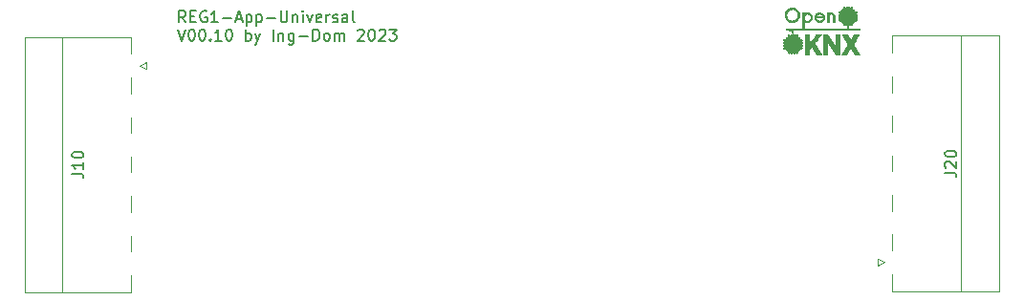
<source format=gbr>
G04 #@! TF.GenerationSoftware,KiCad,Pcbnew,(5.1.4)-1*
G04 #@! TF.CreationDate,2023-01-31T17:13:37+01:00*
G04 #@! TF.ProjectId,REG1-App-Universal,52454731-2d41-4707-902d-556e69766572,V00.10*
G04 #@! TF.SameCoordinates,Original*
G04 #@! TF.FileFunction,Legend,Top*
G04 #@! TF.FilePolarity,Positive*
%FSLAX46Y46*%
G04 Gerber Fmt 4.6, Leading zero omitted, Abs format (unit mm)*
G04 Created by KiCad (PCBNEW (5.1.4)-1) date 2023-01-31 17:13:37*
%MOMM*%
%LPD*%
G04 APERTURE LIST*
%ADD10C,0.150000*%
%ADD11C,0.010000*%
%ADD12C,0.120000*%
G04 APERTURE END LIST*
D10*
X82607023Y-94727380D02*
X82273690Y-94251190D01*
X82035595Y-94727380D02*
X82035595Y-93727380D01*
X82416547Y-93727380D01*
X82511785Y-93775000D01*
X82559404Y-93822619D01*
X82607023Y-93917857D01*
X82607023Y-94060714D01*
X82559404Y-94155952D01*
X82511785Y-94203571D01*
X82416547Y-94251190D01*
X82035595Y-94251190D01*
X83035595Y-94203571D02*
X83368928Y-94203571D01*
X83511785Y-94727380D02*
X83035595Y-94727380D01*
X83035595Y-93727380D01*
X83511785Y-93727380D01*
X84464166Y-93775000D02*
X84368928Y-93727380D01*
X84226071Y-93727380D01*
X84083214Y-93775000D01*
X83987976Y-93870238D01*
X83940357Y-93965476D01*
X83892738Y-94155952D01*
X83892738Y-94298809D01*
X83940357Y-94489285D01*
X83987976Y-94584523D01*
X84083214Y-94679761D01*
X84226071Y-94727380D01*
X84321309Y-94727380D01*
X84464166Y-94679761D01*
X84511785Y-94632142D01*
X84511785Y-94298809D01*
X84321309Y-94298809D01*
X85464166Y-94727380D02*
X84892738Y-94727380D01*
X85178452Y-94727380D02*
X85178452Y-93727380D01*
X85083214Y-93870238D01*
X84987976Y-93965476D01*
X84892738Y-94013095D01*
X85892738Y-94346428D02*
X86654642Y-94346428D01*
X87083214Y-94441666D02*
X87559404Y-94441666D01*
X86987976Y-94727380D02*
X87321309Y-93727380D01*
X87654642Y-94727380D01*
X87987976Y-94060714D02*
X87987976Y-95060714D01*
X87987976Y-94108333D02*
X88083214Y-94060714D01*
X88273690Y-94060714D01*
X88368928Y-94108333D01*
X88416547Y-94155952D01*
X88464166Y-94251190D01*
X88464166Y-94536904D01*
X88416547Y-94632142D01*
X88368928Y-94679761D01*
X88273690Y-94727380D01*
X88083214Y-94727380D01*
X87987976Y-94679761D01*
X88892738Y-94060714D02*
X88892738Y-95060714D01*
X88892738Y-94108333D02*
X88987976Y-94060714D01*
X89178452Y-94060714D01*
X89273690Y-94108333D01*
X89321309Y-94155952D01*
X89368928Y-94251190D01*
X89368928Y-94536904D01*
X89321309Y-94632142D01*
X89273690Y-94679761D01*
X89178452Y-94727380D01*
X88987976Y-94727380D01*
X88892738Y-94679761D01*
X89797500Y-94346428D02*
X90559404Y-94346428D01*
X91035595Y-93727380D02*
X91035595Y-94536904D01*
X91083214Y-94632142D01*
X91130833Y-94679761D01*
X91226071Y-94727380D01*
X91416547Y-94727380D01*
X91511785Y-94679761D01*
X91559404Y-94632142D01*
X91607023Y-94536904D01*
X91607023Y-93727380D01*
X92083214Y-94060714D02*
X92083214Y-94727380D01*
X92083214Y-94155952D02*
X92130833Y-94108333D01*
X92226071Y-94060714D01*
X92368928Y-94060714D01*
X92464166Y-94108333D01*
X92511785Y-94203571D01*
X92511785Y-94727380D01*
X92987976Y-94727380D02*
X92987976Y-94060714D01*
X92987976Y-93727380D02*
X92940357Y-93775000D01*
X92987976Y-93822619D01*
X93035595Y-93775000D01*
X92987976Y-93727380D01*
X92987976Y-93822619D01*
X93368928Y-94060714D02*
X93607023Y-94727380D01*
X93845119Y-94060714D01*
X94607023Y-94679761D02*
X94511785Y-94727380D01*
X94321309Y-94727380D01*
X94226071Y-94679761D01*
X94178452Y-94584523D01*
X94178452Y-94203571D01*
X94226071Y-94108333D01*
X94321309Y-94060714D01*
X94511785Y-94060714D01*
X94607023Y-94108333D01*
X94654642Y-94203571D01*
X94654642Y-94298809D01*
X94178452Y-94394047D01*
X95083214Y-94727380D02*
X95083214Y-94060714D01*
X95083214Y-94251190D02*
X95130833Y-94155952D01*
X95178452Y-94108333D01*
X95273690Y-94060714D01*
X95368928Y-94060714D01*
X95654642Y-94679761D02*
X95749880Y-94727380D01*
X95940357Y-94727380D01*
X96035595Y-94679761D01*
X96083214Y-94584523D01*
X96083214Y-94536904D01*
X96035595Y-94441666D01*
X95940357Y-94394047D01*
X95797500Y-94394047D01*
X95702261Y-94346428D01*
X95654642Y-94251190D01*
X95654642Y-94203571D01*
X95702261Y-94108333D01*
X95797500Y-94060714D01*
X95940357Y-94060714D01*
X96035595Y-94108333D01*
X96940357Y-94727380D02*
X96940357Y-94203571D01*
X96892738Y-94108333D01*
X96797500Y-94060714D01*
X96607023Y-94060714D01*
X96511785Y-94108333D01*
X96940357Y-94679761D02*
X96845119Y-94727380D01*
X96607023Y-94727380D01*
X96511785Y-94679761D01*
X96464166Y-94584523D01*
X96464166Y-94489285D01*
X96511785Y-94394047D01*
X96607023Y-94346428D01*
X96845119Y-94346428D01*
X96940357Y-94298809D01*
X97559404Y-94727380D02*
X97464166Y-94679761D01*
X97416547Y-94584523D01*
X97416547Y-93727380D01*
X81892738Y-95377380D02*
X82226071Y-96377380D01*
X82559404Y-95377380D01*
X83083214Y-95377380D02*
X83178452Y-95377380D01*
X83273690Y-95425000D01*
X83321309Y-95472619D01*
X83368928Y-95567857D01*
X83416547Y-95758333D01*
X83416547Y-95996428D01*
X83368928Y-96186904D01*
X83321309Y-96282142D01*
X83273690Y-96329761D01*
X83178452Y-96377380D01*
X83083214Y-96377380D01*
X82987976Y-96329761D01*
X82940357Y-96282142D01*
X82892738Y-96186904D01*
X82845119Y-95996428D01*
X82845119Y-95758333D01*
X82892738Y-95567857D01*
X82940357Y-95472619D01*
X82987976Y-95425000D01*
X83083214Y-95377380D01*
X84035595Y-95377380D02*
X84130833Y-95377380D01*
X84226071Y-95425000D01*
X84273690Y-95472619D01*
X84321309Y-95567857D01*
X84368928Y-95758333D01*
X84368928Y-95996428D01*
X84321309Y-96186904D01*
X84273690Y-96282142D01*
X84226071Y-96329761D01*
X84130833Y-96377380D01*
X84035595Y-96377380D01*
X83940357Y-96329761D01*
X83892738Y-96282142D01*
X83845119Y-96186904D01*
X83797500Y-95996428D01*
X83797500Y-95758333D01*
X83845119Y-95567857D01*
X83892738Y-95472619D01*
X83940357Y-95425000D01*
X84035595Y-95377380D01*
X84797500Y-96282142D02*
X84845119Y-96329761D01*
X84797500Y-96377380D01*
X84749880Y-96329761D01*
X84797500Y-96282142D01*
X84797500Y-96377380D01*
X85797500Y-96377380D02*
X85226071Y-96377380D01*
X85511785Y-96377380D02*
X85511785Y-95377380D01*
X85416547Y-95520238D01*
X85321309Y-95615476D01*
X85226071Y-95663095D01*
X86416547Y-95377380D02*
X86511785Y-95377380D01*
X86607023Y-95425000D01*
X86654642Y-95472619D01*
X86702261Y-95567857D01*
X86749880Y-95758333D01*
X86749880Y-95996428D01*
X86702261Y-96186904D01*
X86654642Y-96282142D01*
X86607023Y-96329761D01*
X86511785Y-96377380D01*
X86416547Y-96377380D01*
X86321309Y-96329761D01*
X86273690Y-96282142D01*
X86226071Y-96186904D01*
X86178452Y-95996428D01*
X86178452Y-95758333D01*
X86226071Y-95567857D01*
X86273690Y-95472619D01*
X86321309Y-95425000D01*
X86416547Y-95377380D01*
X87940357Y-96377380D02*
X87940357Y-95377380D01*
X87940357Y-95758333D02*
X88035595Y-95710714D01*
X88226071Y-95710714D01*
X88321309Y-95758333D01*
X88368928Y-95805952D01*
X88416547Y-95901190D01*
X88416547Y-96186904D01*
X88368928Y-96282142D01*
X88321309Y-96329761D01*
X88226071Y-96377380D01*
X88035595Y-96377380D01*
X87940357Y-96329761D01*
X88749880Y-95710714D02*
X88987976Y-96377380D01*
X89226071Y-95710714D02*
X88987976Y-96377380D01*
X88892738Y-96615476D01*
X88845119Y-96663095D01*
X88749880Y-96710714D01*
X90368928Y-96377380D02*
X90368928Y-95377380D01*
X90845119Y-95710714D02*
X90845119Y-96377380D01*
X90845119Y-95805952D02*
X90892738Y-95758333D01*
X90987976Y-95710714D01*
X91130833Y-95710714D01*
X91226071Y-95758333D01*
X91273690Y-95853571D01*
X91273690Y-96377380D01*
X92178452Y-95710714D02*
X92178452Y-96520238D01*
X92130833Y-96615476D01*
X92083214Y-96663095D01*
X91987976Y-96710714D01*
X91845119Y-96710714D01*
X91749880Y-96663095D01*
X92178452Y-96329761D02*
X92083214Y-96377380D01*
X91892738Y-96377380D01*
X91797500Y-96329761D01*
X91749880Y-96282142D01*
X91702261Y-96186904D01*
X91702261Y-95901190D01*
X91749880Y-95805952D01*
X91797500Y-95758333D01*
X91892738Y-95710714D01*
X92083214Y-95710714D01*
X92178452Y-95758333D01*
X92654642Y-95996428D02*
X93416547Y-95996428D01*
X93892738Y-96377380D02*
X93892738Y-95377380D01*
X94130833Y-95377380D01*
X94273690Y-95425000D01*
X94368928Y-95520238D01*
X94416547Y-95615476D01*
X94464166Y-95805952D01*
X94464166Y-95948809D01*
X94416547Y-96139285D01*
X94368928Y-96234523D01*
X94273690Y-96329761D01*
X94130833Y-96377380D01*
X93892738Y-96377380D01*
X95035595Y-96377380D02*
X94940357Y-96329761D01*
X94892738Y-96282142D01*
X94845119Y-96186904D01*
X94845119Y-95901190D01*
X94892738Y-95805952D01*
X94940357Y-95758333D01*
X95035595Y-95710714D01*
X95178452Y-95710714D01*
X95273690Y-95758333D01*
X95321309Y-95805952D01*
X95368928Y-95901190D01*
X95368928Y-96186904D01*
X95321309Y-96282142D01*
X95273690Y-96329761D01*
X95178452Y-96377380D01*
X95035595Y-96377380D01*
X95797500Y-96377380D02*
X95797500Y-95710714D01*
X95797500Y-95805952D02*
X95845119Y-95758333D01*
X95940357Y-95710714D01*
X96083214Y-95710714D01*
X96178452Y-95758333D01*
X96226071Y-95853571D01*
X96226071Y-96377380D01*
X96226071Y-95853571D02*
X96273690Y-95758333D01*
X96368928Y-95710714D01*
X96511785Y-95710714D01*
X96607023Y-95758333D01*
X96654642Y-95853571D01*
X96654642Y-96377380D01*
X97845119Y-95472619D02*
X97892738Y-95425000D01*
X97987976Y-95377380D01*
X98226071Y-95377380D01*
X98321309Y-95425000D01*
X98368928Y-95472619D01*
X98416547Y-95567857D01*
X98416547Y-95663095D01*
X98368928Y-95805952D01*
X97797500Y-96377380D01*
X98416547Y-96377380D01*
X99035595Y-95377380D02*
X99130833Y-95377380D01*
X99226071Y-95425000D01*
X99273690Y-95472619D01*
X99321309Y-95567857D01*
X99368928Y-95758333D01*
X99368928Y-95996428D01*
X99321309Y-96186904D01*
X99273690Y-96282142D01*
X99226071Y-96329761D01*
X99130833Y-96377380D01*
X99035595Y-96377380D01*
X98940357Y-96329761D01*
X98892738Y-96282142D01*
X98845119Y-96186904D01*
X98797500Y-95996428D01*
X98797500Y-95758333D01*
X98845119Y-95567857D01*
X98892738Y-95472619D01*
X98940357Y-95425000D01*
X99035595Y-95377380D01*
X99749880Y-95472619D02*
X99797500Y-95425000D01*
X99892738Y-95377380D01*
X100130833Y-95377380D01*
X100226071Y-95425000D01*
X100273690Y-95472619D01*
X100321309Y-95567857D01*
X100321309Y-95663095D01*
X100273690Y-95805952D01*
X99702261Y-96377380D01*
X100321309Y-96377380D01*
X100654642Y-95377380D02*
X101273690Y-95377380D01*
X100940357Y-95758333D01*
X101083214Y-95758333D01*
X101178452Y-95805952D01*
X101226071Y-95853571D01*
X101273690Y-95948809D01*
X101273690Y-96186904D01*
X101226071Y-96282142D01*
X101178452Y-96329761D01*
X101083214Y-96377380D01*
X100797500Y-96377380D01*
X100702261Y-96329761D01*
X100654642Y-96282142D01*
D11*
G36*
X139767732Y-93866770D02*
G01*
X139862945Y-93888676D01*
X139941100Y-93937311D01*
X140002493Y-94012880D01*
X140017236Y-94039925D01*
X140031809Y-94070347D01*
X140042513Y-94098208D01*
X140049945Y-94128979D01*
X140054700Y-94168130D01*
X140057375Y-94221131D01*
X140058565Y-94293453D01*
X140058868Y-94390567D01*
X140058875Y-94421991D01*
X140058875Y-94720500D01*
X139931875Y-94720500D01*
X139931786Y-94454593D01*
X139930793Y-94335083D01*
X139927366Y-94242652D01*
X139920703Y-94172673D01*
X139909998Y-94120517D01*
X139894447Y-94081556D01*
X139873248Y-94051162D01*
X139859182Y-94036696D01*
X139809802Y-94008684D01*
X139746176Y-93996458D01*
X139680781Y-94000363D01*
X139626098Y-94020741D01*
X139613850Y-94029937D01*
X139587147Y-94057432D01*
X139567126Y-94089001D01*
X139552865Y-94129452D01*
X139543447Y-94183594D01*
X139537950Y-94256236D01*
X139535454Y-94352188D01*
X139535000Y-94442177D01*
X139535000Y-94720500D01*
X139408000Y-94720500D01*
X139408000Y-93879125D01*
X139471500Y-93879125D01*
X139514871Y-93882716D01*
X139533252Y-93895102D01*
X139535000Y-93904260D01*
X139540875Y-93922884D01*
X139546906Y-93923267D01*
X139621305Y-93888566D01*
X139681700Y-93870210D01*
X139739354Y-93865319D01*
X139767732Y-93866770D01*
X139767732Y-93866770D01*
G37*
X139767732Y-93866770D02*
X139862945Y-93888676D01*
X139941100Y-93937311D01*
X140002493Y-94012880D01*
X140017236Y-94039925D01*
X140031809Y-94070347D01*
X140042513Y-94098208D01*
X140049945Y-94128979D01*
X140054700Y-94168130D01*
X140057375Y-94221131D01*
X140058565Y-94293453D01*
X140058868Y-94390567D01*
X140058875Y-94421991D01*
X140058875Y-94720500D01*
X139931875Y-94720500D01*
X139931786Y-94454593D01*
X139930793Y-94335083D01*
X139927366Y-94242652D01*
X139920703Y-94172673D01*
X139909998Y-94120517D01*
X139894447Y-94081556D01*
X139873248Y-94051162D01*
X139859182Y-94036696D01*
X139809802Y-94008684D01*
X139746176Y-93996458D01*
X139680781Y-94000363D01*
X139626098Y-94020741D01*
X139613850Y-94029937D01*
X139587147Y-94057432D01*
X139567126Y-94089001D01*
X139552865Y-94129452D01*
X139543447Y-94183594D01*
X139537950Y-94256236D01*
X139535454Y-94352188D01*
X139535000Y-94442177D01*
X139535000Y-94720500D01*
X139408000Y-94720500D01*
X139408000Y-93879125D01*
X139471500Y-93879125D01*
X139514871Y-93882716D01*
X139533252Y-93895102D01*
X139535000Y-93904260D01*
X139540875Y-93922884D01*
X139546906Y-93923267D01*
X139621305Y-93888566D01*
X139681700Y-93870210D01*
X139739354Y-93865319D01*
X139767732Y-93866770D01*
G36*
X138845469Y-93879191D02*
G01*
X138940416Y-93918298D01*
X139023894Y-93976748D01*
X139091215Y-94051938D01*
X139137692Y-94141259D01*
X139158635Y-94242106D01*
X139158995Y-94248860D01*
X139161937Y-94315687D01*
X138790918Y-94319953D01*
X138419900Y-94324219D01*
X138430146Y-94375451D01*
X138453463Y-94433560D01*
X138496337Y-94494414D01*
X138549913Y-94546590D01*
X138577624Y-94565667D01*
X138624022Y-94585473D01*
X138681330Y-94600666D01*
X138697301Y-94603314D01*
X138774039Y-94600889D01*
X138853013Y-94577029D01*
X138923650Y-94536505D01*
X138975379Y-94484088D01*
X138980966Y-94475304D01*
X139005822Y-94439280D01*
X139032444Y-94423031D01*
X139074687Y-94418917D01*
X139083304Y-94418875D01*
X139152348Y-94418875D01*
X139134363Y-94470468D01*
X139103897Y-94525491D01*
X139053072Y-94585349D01*
X138990543Y-94641989D01*
X138924967Y-94687357D01*
X138877193Y-94709763D01*
X138774544Y-94732030D01*
X138671650Y-94731592D01*
X138596506Y-94714458D01*
X138484953Y-94660412D01*
X138398693Y-94587483D01*
X138338364Y-94496559D01*
X138304601Y-94388529D01*
X138297098Y-94296353D01*
X138309275Y-94196625D01*
X138438809Y-94196625D01*
X138724967Y-94196625D01*
X138816317Y-94195914D01*
X138895606Y-94193938D01*
X138957829Y-94190936D01*
X138997980Y-94187142D01*
X139011125Y-94183097D01*
X138999069Y-94150271D01*
X138967995Y-94108625D01*
X138925544Y-94066584D01*
X138879355Y-94032576D01*
X138869721Y-94027151D01*
X138781578Y-93997238D01*
X138690897Y-93995472D01*
X138604256Y-94019826D01*
X138528237Y-94068271D01*
X138469416Y-94138780D01*
X138461521Y-94152968D01*
X138438809Y-94196625D01*
X138309275Y-94196625D01*
X138311682Y-94176913D01*
X138353922Y-94072472D01*
X138422779Y-93984718D01*
X138517214Y-93915338D01*
X138538699Y-93904005D01*
X138639923Y-93869439D01*
X138743742Y-93862036D01*
X138845469Y-93879191D01*
X138845469Y-93879191D01*
G37*
X138845469Y-93879191D02*
X138940416Y-93918298D01*
X139023894Y-93976748D01*
X139091215Y-94051938D01*
X139137692Y-94141259D01*
X139158635Y-94242106D01*
X139158995Y-94248860D01*
X139161937Y-94315687D01*
X138790918Y-94319953D01*
X138419900Y-94324219D01*
X138430146Y-94375451D01*
X138453463Y-94433560D01*
X138496337Y-94494414D01*
X138549913Y-94546590D01*
X138577624Y-94565667D01*
X138624022Y-94585473D01*
X138681330Y-94600666D01*
X138697301Y-94603314D01*
X138774039Y-94600889D01*
X138853013Y-94577029D01*
X138923650Y-94536505D01*
X138975379Y-94484088D01*
X138980966Y-94475304D01*
X139005822Y-94439280D01*
X139032444Y-94423031D01*
X139074687Y-94418917D01*
X139083304Y-94418875D01*
X139152348Y-94418875D01*
X139134363Y-94470468D01*
X139103897Y-94525491D01*
X139053072Y-94585349D01*
X138990543Y-94641989D01*
X138924967Y-94687357D01*
X138877193Y-94709763D01*
X138774544Y-94732030D01*
X138671650Y-94731592D01*
X138596506Y-94714458D01*
X138484953Y-94660412D01*
X138398693Y-94587483D01*
X138338364Y-94496559D01*
X138304601Y-94388529D01*
X138297098Y-94296353D01*
X138309275Y-94196625D01*
X138438809Y-94196625D01*
X138724967Y-94196625D01*
X138816317Y-94195914D01*
X138895606Y-94193938D01*
X138957829Y-94190936D01*
X138997980Y-94187142D01*
X139011125Y-94183097D01*
X138999069Y-94150271D01*
X138967995Y-94108625D01*
X138925544Y-94066584D01*
X138879355Y-94032576D01*
X138869721Y-94027151D01*
X138781578Y-93997238D01*
X138690897Y-93995472D01*
X138604256Y-94019826D01*
X138528237Y-94068271D01*
X138469416Y-94138780D01*
X138461521Y-94152968D01*
X138438809Y-94196625D01*
X138309275Y-94196625D01*
X138311682Y-94176913D01*
X138353922Y-94072472D01*
X138422779Y-93984718D01*
X138517214Y-93915338D01*
X138538699Y-93904005D01*
X138639923Y-93869439D01*
X138743742Y-93862036D01*
X138845469Y-93879191D01*
G36*
X136389104Y-93442612D02*
G01*
X136506698Y-93468292D01*
X136618405Y-93516615D01*
X136720699Y-93588130D01*
X136810052Y-93683387D01*
X136879551Y-93795994D01*
X136906391Y-93851861D01*
X136923717Y-93895486D01*
X136933606Y-93936920D01*
X136938137Y-93986211D01*
X136939389Y-94053407D01*
X136939437Y-94085499D01*
X136938883Y-94162067D01*
X136935834Y-94216937D01*
X136928212Y-94260156D01*
X136913938Y-94301773D01*
X136890933Y-94351838D01*
X136879551Y-94375005D01*
X136803770Y-94494384D01*
X136707212Y-94592000D01*
X136593835Y-94665994D01*
X136467596Y-94714508D01*
X136332456Y-94735682D01*
X136192370Y-94727658D01*
X136147556Y-94718717D01*
X136023586Y-94674146D01*
X135912490Y-94604165D01*
X135817232Y-94513223D01*
X135740777Y-94405772D01*
X135686089Y-94286262D01*
X135656133Y-94159141D01*
X135654205Y-94047959D01*
X135788916Y-94047959D01*
X135793866Y-94164732D01*
X135820779Y-94265833D01*
X135875777Y-94370768D01*
X135954007Y-94460863D01*
X136049687Y-94531449D01*
X136157035Y-94577857D01*
X136224903Y-94592187D01*
X136311203Y-94595607D01*
X136402152Y-94586789D01*
X136484180Y-94567582D01*
X136524461Y-94551342D01*
X136626510Y-94483421D01*
X136709078Y-94395740D01*
X136769798Y-94293450D01*
X136806299Y-94181699D01*
X136816213Y-94065638D01*
X136798634Y-93955342D01*
X136752475Y-93844776D01*
X136684341Y-93746813D01*
X136599394Y-93666845D01*
X136502797Y-93610265D01*
X136451086Y-93592253D01*
X136327458Y-93573448D01*
X136209638Y-93582559D01*
X136100559Y-93616451D01*
X136003153Y-93671992D01*
X135920353Y-93746048D01*
X135855092Y-93835483D01*
X135810302Y-93937165D01*
X135788916Y-94047959D01*
X135654205Y-94047959D01*
X135653873Y-94028862D01*
X135659650Y-93986281D01*
X135697372Y-93850627D01*
X135757422Y-93733214D01*
X135836273Y-93634592D01*
X135930398Y-93555313D01*
X136036271Y-93495925D01*
X136150364Y-93456978D01*
X136269151Y-93439024D01*
X136389104Y-93442612D01*
X136389104Y-93442612D01*
G37*
X136389104Y-93442612D02*
X136506698Y-93468292D01*
X136618405Y-93516615D01*
X136720699Y-93588130D01*
X136810052Y-93683387D01*
X136879551Y-93795994D01*
X136906391Y-93851861D01*
X136923717Y-93895486D01*
X136933606Y-93936920D01*
X136938137Y-93986211D01*
X136939389Y-94053407D01*
X136939437Y-94085499D01*
X136938883Y-94162067D01*
X136935834Y-94216937D01*
X136928212Y-94260156D01*
X136913938Y-94301773D01*
X136890933Y-94351838D01*
X136879551Y-94375005D01*
X136803770Y-94494384D01*
X136707212Y-94592000D01*
X136593835Y-94665994D01*
X136467596Y-94714508D01*
X136332456Y-94735682D01*
X136192370Y-94727658D01*
X136147556Y-94718717D01*
X136023586Y-94674146D01*
X135912490Y-94604165D01*
X135817232Y-94513223D01*
X135740777Y-94405772D01*
X135686089Y-94286262D01*
X135656133Y-94159141D01*
X135654205Y-94047959D01*
X135788916Y-94047959D01*
X135793866Y-94164732D01*
X135820779Y-94265833D01*
X135875777Y-94370768D01*
X135954007Y-94460863D01*
X136049687Y-94531449D01*
X136157035Y-94577857D01*
X136224903Y-94592187D01*
X136311203Y-94595607D01*
X136402152Y-94586789D01*
X136484180Y-94567582D01*
X136524461Y-94551342D01*
X136626510Y-94483421D01*
X136709078Y-94395740D01*
X136769798Y-94293450D01*
X136806299Y-94181699D01*
X136816213Y-94065638D01*
X136798634Y-93955342D01*
X136752475Y-93844776D01*
X136684341Y-93746813D01*
X136599394Y-93666845D01*
X136502797Y-93610265D01*
X136451086Y-93592253D01*
X136327458Y-93573448D01*
X136209638Y-93582559D01*
X136100559Y-93616451D01*
X136003153Y-93671992D01*
X135920353Y-93746048D01*
X135855092Y-93835483D01*
X135810302Y-93937165D01*
X135788916Y-94047959D01*
X135654205Y-94047959D01*
X135653873Y-94028862D01*
X135659650Y-93986281D01*
X135697372Y-93850627D01*
X135757422Y-93733214D01*
X135836273Y-93634592D01*
X135930398Y-93555313D01*
X136036271Y-93495925D01*
X136150364Y-93456978D01*
X136269151Y-93439024D01*
X136389104Y-93442612D01*
G36*
X141374876Y-93380025D02*
G01*
X141397624Y-93409429D01*
X141407424Y-93463388D01*
X141408250Y-93493362D01*
X141409373Y-93542223D01*
X141415228Y-93567255D01*
X141429545Y-93576363D01*
X141447937Y-93577500D01*
X141472297Y-93574595D01*
X141483924Y-93560246D01*
X141487447Y-93525999D01*
X141487625Y-93505018D01*
X141494428Y-93433559D01*
X141514367Y-93388466D01*
X141546732Y-93371255D01*
X141550385Y-93371125D01*
X141592797Y-93375359D01*
X141617168Y-93392370D01*
X141628169Y-93428618D01*
X141630500Y-93481964D01*
X141631330Y-93533599D01*
X141636653Y-93561982D01*
X141650712Y-93575609D01*
X141677754Y-93582978D01*
X141681330Y-93583697D01*
X141747071Y-93611810D01*
X141793947Y-93663026D01*
X141815391Y-93723424D01*
X141825057Y-93783875D01*
X141907166Y-93783875D01*
X141971723Y-93789275D01*
X142010100Y-93807041D01*
X142026245Y-93839518D01*
X142027375Y-93855312D01*
X142018474Y-93893376D01*
X141989070Y-93916124D01*
X141935111Y-93925924D01*
X141905137Y-93926750D01*
X141856276Y-93927873D01*
X141831244Y-93933728D01*
X141822136Y-93948045D01*
X141821000Y-93966437D01*
X141823904Y-93990797D01*
X141838253Y-94002424D01*
X141872500Y-94005947D01*
X141893481Y-94006125D01*
X141965790Y-94013000D01*
X142010112Y-94033860D01*
X142027131Y-94069058D01*
X142027375Y-94074946D01*
X142019017Y-94114158D01*
X141991042Y-94137607D01*
X141939095Y-94147931D01*
X141905137Y-94149000D01*
X141856276Y-94150123D01*
X141831244Y-94155978D01*
X141822136Y-94170295D01*
X141821000Y-94188687D01*
X141823381Y-94211735D01*
X141835795Y-94223542D01*
X141866147Y-94227839D01*
X141905137Y-94228375D01*
X141970268Y-94233576D01*
X142009193Y-94250760D01*
X142025962Y-94282294D01*
X142027375Y-94299812D01*
X142018474Y-94337876D01*
X141989070Y-94360624D01*
X141935111Y-94370424D01*
X141905137Y-94371250D01*
X141856213Y-94372446D01*
X141831145Y-94378387D01*
X141822062Y-94392602D01*
X141821000Y-94408971D01*
X141824003Y-94430773D01*
X141838090Y-94443248D01*
X141870874Y-94450262D01*
X141909773Y-94454055D01*
X141971929Y-94463538D01*
X142008341Y-94482028D01*
X142024648Y-94513718D01*
X142027131Y-94541347D01*
X142013516Y-94578343D01*
X141971918Y-94600964D01*
X141902125Y-94609319D01*
X141894550Y-94609375D01*
X141848520Y-94611929D01*
X141824344Y-94622394D01*
X141812343Y-94644974D01*
X141812307Y-94645093D01*
X141779569Y-94703612D01*
X141726631Y-94746314D01*
X141683523Y-94761711D01*
X141653579Y-94768698D01*
X141637772Y-94780899D01*
X141631584Y-94806855D01*
X141630501Y-94855105D01*
X141630500Y-94861966D01*
X141625492Y-94929947D01*
X141609277Y-94971114D01*
X141580066Y-94988971D01*
X141564958Y-94990375D01*
X141523548Y-94976586D01*
X141497825Y-94935211D01*
X141487780Y-94866238D01*
X141487625Y-94854303D01*
X141486562Y-94804704D01*
X141480976Y-94779024D01*
X141467265Y-94769446D01*
X141447937Y-94768125D01*
X141425657Y-94770235D01*
X141413794Y-94781619D01*
X141409080Y-94809853D01*
X141408250Y-94860200D01*
X141403395Y-94928647D01*
X141387622Y-94970279D01*
X141359118Y-94988696D01*
X141342708Y-94990375D01*
X141301298Y-94976586D01*
X141275575Y-94935211D01*
X141265530Y-94866238D01*
X141265375Y-94854303D01*
X141264312Y-94804704D01*
X141258726Y-94779024D01*
X141245015Y-94769446D01*
X141225687Y-94768125D01*
X141203721Y-94770132D01*
X141191845Y-94781115D01*
X141186968Y-94808516D01*
X141186001Y-94859779D01*
X141186000Y-94863715D01*
X141184735Y-94917807D01*
X141178778Y-94949235D01*
X141164889Y-94967049D01*
X141145079Y-94977950D01*
X141102403Y-94989351D01*
X141073037Y-94976557D01*
X141055057Y-94937378D01*
X141046536Y-94869626D01*
X141046336Y-94865693D01*
X141042815Y-94812041D01*
X141036682Y-94782791D01*
X141024649Y-94770600D01*
X141003432Y-94768125D01*
X141002679Y-94768125D01*
X140980133Y-94770584D01*
X140968539Y-94783204D01*
X140964288Y-94813847D01*
X140963750Y-94852977D01*
X140959648Y-94913341D01*
X140945906Y-94951098D01*
X140934718Y-94964102D01*
X140892689Y-94987953D01*
X140854583Y-94980374D01*
X140829712Y-94955092D01*
X140814255Y-94917027D01*
X140805664Y-94864484D01*
X140805000Y-94846480D01*
X140803428Y-94801244D01*
X140793885Y-94776974D01*
X140769124Y-94762896D01*
X140743252Y-94754650D01*
X140689209Y-94727416D01*
X140648974Y-94686433D01*
X140630714Y-94640448D01*
X140630375Y-94633746D01*
X140622407Y-94618520D01*
X140594367Y-94611049D01*
X140551000Y-94609375D01*
X140489154Y-94601277D01*
X140440483Y-94579687D01*
X140412280Y-94548656D01*
X140408125Y-94530000D01*
X140422712Y-94495530D01*
X140461722Y-94468529D01*
X140518022Y-94452928D01*
X140552104Y-94450625D01*
X140599407Y-94449409D01*
X140622454Y-94443405D01*
X140628716Y-94429073D01*
X140627510Y-94414906D01*
X140620993Y-94394353D01*
X140603581Y-94382763D01*
X140567344Y-94376800D01*
X140531292Y-94374430D01*
X140475140Y-94369035D01*
X140442179Y-94358300D01*
X140423948Y-94339349D01*
X140423008Y-94337647D01*
X140414825Y-94304763D01*
X140430220Y-94268466D01*
X140431175Y-94266997D01*
X140450695Y-94244193D01*
X140477387Y-94232565D01*
X140521558Y-94228602D01*
X140544532Y-94228375D01*
X140594630Y-94227368D01*
X140620215Y-94222278D01*
X140628507Y-94209993D01*
X140627510Y-94192656D01*
X140620993Y-94172103D01*
X140603581Y-94160513D01*
X140567344Y-94154550D01*
X140531292Y-94152180D01*
X140475140Y-94146785D01*
X140442179Y-94136050D01*
X140423948Y-94117099D01*
X140423008Y-94115397D01*
X140414825Y-94082513D01*
X140430220Y-94046216D01*
X140431175Y-94044747D01*
X140450882Y-94021806D01*
X140477895Y-94010188D01*
X140522618Y-94006314D01*
X140543428Y-94006125D01*
X140593303Y-94005084D01*
X140619225Y-93999594D01*
X140628980Y-93986101D01*
X140630375Y-93966437D01*
X140627947Y-93943298D01*
X140615371Y-93931461D01*
X140584709Y-93927123D01*
X140547031Y-93926506D01*
X140475934Y-93920383D01*
X140432962Y-93901604D01*
X140416566Y-93868805D01*
X140425194Y-93820622D01*
X140425574Y-93819593D01*
X140436683Y-93799518D01*
X140456596Y-93788737D01*
X140493795Y-93784472D01*
X140534613Y-93783875D01*
X140630375Y-93783875D01*
X140630375Y-93730630D01*
X140644893Y-93672413D01*
X140683097Y-93622009D01*
X140736959Y-93588775D01*
X140756896Y-93583152D01*
X140785902Y-93574997D01*
X140800046Y-93559505D01*
X140804631Y-93527207D01*
X140805000Y-93497274D01*
X140813508Y-93429589D01*
X140839442Y-93387954D01*
X140883420Y-93371485D01*
X140892887Y-93371125D01*
X140930783Y-93383654D01*
X140954073Y-93422149D01*
X140963473Y-93487963D01*
X140963750Y-93505018D01*
X140965765Y-93550058D01*
X140974161Y-93571521D01*
X140992461Y-93577450D01*
X140995500Y-93577500D01*
X141014650Y-93573257D01*
X141024136Y-93555302D01*
X141027137Y-93515793D01*
X141027250Y-93499258D01*
X141035413Y-93430997D01*
X141060474Y-93388890D01*
X141103285Y-93371690D01*
X141115137Y-93371125D01*
X141153033Y-93383654D01*
X141176323Y-93422149D01*
X141185723Y-93487963D01*
X141186000Y-93505018D01*
X141187590Y-93549507D01*
X141195447Y-93570741D01*
X141214199Y-93577176D01*
X141225687Y-93577500D01*
X141248735Y-93575118D01*
X141260542Y-93562704D01*
X141264839Y-93532352D01*
X141265375Y-93493362D01*
X141270576Y-93428231D01*
X141287760Y-93389306D01*
X141319294Y-93372537D01*
X141336812Y-93371124D01*
X141374876Y-93380025D01*
X141374876Y-93380025D01*
G37*
X141374876Y-93380025D02*
X141397624Y-93409429D01*
X141407424Y-93463388D01*
X141408250Y-93493362D01*
X141409373Y-93542223D01*
X141415228Y-93567255D01*
X141429545Y-93576363D01*
X141447937Y-93577500D01*
X141472297Y-93574595D01*
X141483924Y-93560246D01*
X141487447Y-93525999D01*
X141487625Y-93505018D01*
X141494428Y-93433559D01*
X141514367Y-93388466D01*
X141546732Y-93371255D01*
X141550385Y-93371125D01*
X141592797Y-93375359D01*
X141617168Y-93392370D01*
X141628169Y-93428618D01*
X141630500Y-93481964D01*
X141631330Y-93533599D01*
X141636653Y-93561982D01*
X141650712Y-93575609D01*
X141677754Y-93582978D01*
X141681330Y-93583697D01*
X141747071Y-93611810D01*
X141793947Y-93663026D01*
X141815391Y-93723424D01*
X141825057Y-93783875D01*
X141907166Y-93783875D01*
X141971723Y-93789275D01*
X142010100Y-93807041D01*
X142026245Y-93839518D01*
X142027375Y-93855312D01*
X142018474Y-93893376D01*
X141989070Y-93916124D01*
X141935111Y-93925924D01*
X141905137Y-93926750D01*
X141856276Y-93927873D01*
X141831244Y-93933728D01*
X141822136Y-93948045D01*
X141821000Y-93966437D01*
X141823904Y-93990797D01*
X141838253Y-94002424D01*
X141872500Y-94005947D01*
X141893481Y-94006125D01*
X141965790Y-94013000D01*
X142010112Y-94033860D01*
X142027131Y-94069058D01*
X142027375Y-94074946D01*
X142019017Y-94114158D01*
X141991042Y-94137607D01*
X141939095Y-94147931D01*
X141905137Y-94149000D01*
X141856276Y-94150123D01*
X141831244Y-94155978D01*
X141822136Y-94170295D01*
X141821000Y-94188687D01*
X141823381Y-94211735D01*
X141835795Y-94223542D01*
X141866147Y-94227839D01*
X141905137Y-94228375D01*
X141970268Y-94233576D01*
X142009193Y-94250760D01*
X142025962Y-94282294D01*
X142027375Y-94299812D01*
X142018474Y-94337876D01*
X141989070Y-94360624D01*
X141935111Y-94370424D01*
X141905137Y-94371250D01*
X141856213Y-94372446D01*
X141831145Y-94378387D01*
X141822062Y-94392602D01*
X141821000Y-94408971D01*
X141824003Y-94430773D01*
X141838090Y-94443248D01*
X141870874Y-94450262D01*
X141909773Y-94454055D01*
X141971929Y-94463538D01*
X142008341Y-94482028D01*
X142024648Y-94513718D01*
X142027131Y-94541347D01*
X142013516Y-94578343D01*
X141971918Y-94600964D01*
X141902125Y-94609319D01*
X141894550Y-94609375D01*
X141848520Y-94611929D01*
X141824344Y-94622394D01*
X141812343Y-94644974D01*
X141812307Y-94645093D01*
X141779569Y-94703612D01*
X141726631Y-94746314D01*
X141683523Y-94761711D01*
X141653579Y-94768698D01*
X141637772Y-94780899D01*
X141631584Y-94806855D01*
X141630501Y-94855105D01*
X141630500Y-94861966D01*
X141625492Y-94929947D01*
X141609277Y-94971114D01*
X141580066Y-94988971D01*
X141564958Y-94990375D01*
X141523548Y-94976586D01*
X141497825Y-94935211D01*
X141487780Y-94866238D01*
X141487625Y-94854303D01*
X141486562Y-94804704D01*
X141480976Y-94779024D01*
X141467265Y-94769446D01*
X141447937Y-94768125D01*
X141425657Y-94770235D01*
X141413794Y-94781619D01*
X141409080Y-94809853D01*
X141408250Y-94860200D01*
X141403395Y-94928647D01*
X141387622Y-94970279D01*
X141359118Y-94988696D01*
X141342708Y-94990375D01*
X141301298Y-94976586D01*
X141275575Y-94935211D01*
X141265530Y-94866238D01*
X141265375Y-94854303D01*
X141264312Y-94804704D01*
X141258726Y-94779024D01*
X141245015Y-94769446D01*
X141225687Y-94768125D01*
X141203721Y-94770132D01*
X141191845Y-94781115D01*
X141186968Y-94808516D01*
X141186001Y-94859779D01*
X141186000Y-94863715D01*
X141184735Y-94917807D01*
X141178778Y-94949235D01*
X141164889Y-94967049D01*
X141145079Y-94977950D01*
X141102403Y-94989351D01*
X141073037Y-94976557D01*
X141055057Y-94937378D01*
X141046536Y-94869626D01*
X141046336Y-94865693D01*
X141042815Y-94812041D01*
X141036682Y-94782791D01*
X141024649Y-94770600D01*
X141003432Y-94768125D01*
X141002679Y-94768125D01*
X140980133Y-94770584D01*
X140968539Y-94783204D01*
X140964288Y-94813847D01*
X140963750Y-94852977D01*
X140959648Y-94913341D01*
X140945906Y-94951098D01*
X140934718Y-94964102D01*
X140892689Y-94987953D01*
X140854583Y-94980374D01*
X140829712Y-94955092D01*
X140814255Y-94917027D01*
X140805664Y-94864484D01*
X140805000Y-94846480D01*
X140803428Y-94801244D01*
X140793885Y-94776974D01*
X140769124Y-94762896D01*
X140743252Y-94754650D01*
X140689209Y-94727416D01*
X140648974Y-94686433D01*
X140630714Y-94640448D01*
X140630375Y-94633746D01*
X140622407Y-94618520D01*
X140594367Y-94611049D01*
X140551000Y-94609375D01*
X140489154Y-94601277D01*
X140440483Y-94579687D01*
X140412280Y-94548656D01*
X140408125Y-94530000D01*
X140422712Y-94495530D01*
X140461722Y-94468529D01*
X140518022Y-94452928D01*
X140552104Y-94450625D01*
X140599407Y-94449409D01*
X140622454Y-94443405D01*
X140628716Y-94429073D01*
X140627510Y-94414906D01*
X140620993Y-94394353D01*
X140603581Y-94382763D01*
X140567344Y-94376800D01*
X140531292Y-94374430D01*
X140475140Y-94369035D01*
X140442179Y-94358300D01*
X140423948Y-94339349D01*
X140423008Y-94337647D01*
X140414825Y-94304763D01*
X140430220Y-94268466D01*
X140431175Y-94266997D01*
X140450695Y-94244193D01*
X140477387Y-94232565D01*
X140521558Y-94228602D01*
X140544532Y-94228375D01*
X140594630Y-94227368D01*
X140620215Y-94222278D01*
X140628507Y-94209993D01*
X140627510Y-94192656D01*
X140620993Y-94172103D01*
X140603581Y-94160513D01*
X140567344Y-94154550D01*
X140531292Y-94152180D01*
X140475140Y-94146785D01*
X140442179Y-94136050D01*
X140423948Y-94117099D01*
X140423008Y-94115397D01*
X140414825Y-94082513D01*
X140430220Y-94046216D01*
X140431175Y-94044747D01*
X140450882Y-94021806D01*
X140477895Y-94010188D01*
X140522618Y-94006314D01*
X140543428Y-94006125D01*
X140593303Y-94005084D01*
X140619225Y-93999594D01*
X140628980Y-93986101D01*
X140630375Y-93966437D01*
X140627947Y-93943298D01*
X140615371Y-93931461D01*
X140584709Y-93927123D01*
X140547031Y-93926506D01*
X140475934Y-93920383D01*
X140432962Y-93901604D01*
X140416566Y-93868805D01*
X140425194Y-93820622D01*
X140425574Y-93819593D01*
X140436683Y-93799518D01*
X140456596Y-93788737D01*
X140493795Y-93784472D01*
X140534613Y-93783875D01*
X140630375Y-93783875D01*
X140630375Y-93730630D01*
X140644893Y-93672413D01*
X140683097Y-93622009D01*
X140736959Y-93588775D01*
X140756896Y-93583152D01*
X140785902Y-93574997D01*
X140800046Y-93559505D01*
X140804631Y-93527207D01*
X140805000Y-93497274D01*
X140813508Y-93429589D01*
X140839442Y-93387954D01*
X140883420Y-93371485D01*
X140892887Y-93371125D01*
X140930783Y-93383654D01*
X140954073Y-93422149D01*
X140963473Y-93487963D01*
X140963750Y-93505018D01*
X140965765Y-93550058D01*
X140974161Y-93571521D01*
X140992461Y-93577450D01*
X140995500Y-93577500D01*
X141014650Y-93573257D01*
X141024136Y-93555302D01*
X141027137Y-93515793D01*
X141027250Y-93499258D01*
X141035413Y-93430997D01*
X141060474Y-93388890D01*
X141103285Y-93371690D01*
X141115137Y-93371125D01*
X141153033Y-93383654D01*
X141176323Y-93422149D01*
X141185723Y-93487963D01*
X141186000Y-93505018D01*
X141187590Y-93549507D01*
X141195447Y-93570741D01*
X141214199Y-93577176D01*
X141225687Y-93577500D01*
X141248735Y-93575118D01*
X141260542Y-93562704D01*
X141264839Y-93532352D01*
X141265375Y-93493362D01*
X141270576Y-93428231D01*
X141287760Y-93389306D01*
X141319294Y-93372537D01*
X141336812Y-93371124D01*
X141374876Y-93380025D01*
G36*
X137800689Y-93885072D02*
G01*
X137897845Y-93933439D01*
X137981768Y-94005635D01*
X138047726Y-94099810D01*
X138062549Y-94130363D01*
X138082612Y-94203852D01*
X138088695Y-94292867D01*
X138081209Y-94384634D01*
X138060563Y-94466378D01*
X138051029Y-94488779D01*
X137988760Y-94583300D01*
X137907272Y-94656032D01*
X137811696Y-94705553D01*
X137707166Y-94730445D01*
X137598815Y-94729288D01*
X137491776Y-94700663D01*
X137419996Y-94663277D01*
X137382416Y-94640229D01*
X137357094Y-94626721D01*
X137352527Y-94625250D01*
X137349950Y-94640312D01*
X137347699Y-94682247D01*
X137345910Y-94746181D01*
X137344716Y-94827237D01*
X137344251Y-94920539D01*
X137344250Y-94926875D01*
X137344250Y-95228500D01*
X137217250Y-95228500D01*
X137217250Y-94317213D01*
X137351561Y-94317213D01*
X137371007Y-94404820D01*
X137415750Y-94483141D01*
X137482579Y-94546763D01*
X137568288Y-94590272D01*
X137578629Y-94593568D01*
X137640345Y-94606391D01*
X137699586Y-94603254D01*
X137745527Y-94592545D01*
X137825240Y-94555489D01*
X137888677Y-94496903D01*
X137933718Y-94423058D01*
X137958241Y-94340228D01*
X137960122Y-94254686D01*
X137937240Y-94172704D01*
X137905193Y-94120593D01*
X137833289Y-94051848D01*
X137752006Y-94009713D01*
X137666446Y-93993203D01*
X137581711Y-94001333D01*
X137502905Y-94033118D01*
X137435129Y-94087572D01*
X137383486Y-94163711D01*
X137360618Y-94225734D01*
X137351561Y-94317213D01*
X137217250Y-94317213D01*
X137217250Y-93879125D01*
X137280750Y-93879125D01*
X137321466Y-93881005D01*
X137339566Y-93891197D01*
X137344149Y-93916523D01*
X137344250Y-93926750D01*
X137350267Y-93962996D01*
X137365290Y-93974250D01*
X137384771Y-93957149D01*
X137384945Y-93956868D01*
X137404496Y-93940890D01*
X137443417Y-93918238D01*
X137477164Y-93901461D01*
X137585615Y-93867232D01*
X137695035Y-93862386D01*
X137800689Y-93885072D01*
X137800689Y-93885072D01*
G37*
X137800689Y-93885072D02*
X137897845Y-93933439D01*
X137981768Y-94005635D01*
X138047726Y-94099810D01*
X138062549Y-94130363D01*
X138082612Y-94203852D01*
X138088695Y-94292867D01*
X138081209Y-94384634D01*
X138060563Y-94466378D01*
X138051029Y-94488779D01*
X137988760Y-94583300D01*
X137907272Y-94656032D01*
X137811696Y-94705553D01*
X137707166Y-94730445D01*
X137598815Y-94729288D01*
X137491776Y-94700663D01*
X137419996Y-94663277D01*
X137382416Y-94640229D01*
X137357094Y-94626721D01*
X137352527Y-94625250D01*
X137349950Y-94640312D01*
X137347699Y-94682247D01*
X137345910Y-94746181D01*
X137344716Y-94827237D01*
X137344251Y-94920539D01*
X137344250Y-94926875D01*
X137344250Y-95228500D01*
X137217250Y-95228500D01*
X137217250Y-94317213D01*
X137351561Y-94317213D01*
X137371007Y-94404820D01*
X137415750Y-94483141D01*
X137482579Y-94546763D01*
X137568288Y-94590272D01*
X137578629Y-94593568D01*
X137640345Y-94606391D01*
X137699586Y-94603254D01*
X137745527Y-94592545D01*
X137825240Y-94555489D01*
X137888677Y-94496903D01*
X137933718Y-94423058D01*
X137958241Y-94340228D01*
X137960122Y-94254686D01*
X137937240Y-94172704D01*
X137905193Y-94120593D01*
X137833289Y-94051848D01*
X137752006Y-94009713D01*
X137666446Y-93993203D01*
X137581711Y-94001333D01*
X137502905Y-94033118D01*
X137435129Y-94087572D01*
X137383486Y-94163711D01*
X137360618Y-94225734D01*
X137351561Y-94317213D01*
X137217250Y-94317213D01*
X137217250Y-93879125D01*
X137280750Y-93879125D01*
X137321466Y-93881005D01*
X137339566Y-93891197D01*
X137344149Y-93916523D01*
X137344250Y-93926750D01*
X137350267Y-93962996D01*
X137365290Y-93974250D01*
X137384771Y-93957149D01*
X137384945Y-93956868D01*
X137404496Y-93940890D01*
X137443417Y-93918238D01*
X137477164Y-93901461D01*
X137585615Y-93867232D01*
X137695035Y-93862386D01*
X137800689Y-93885072D01*
G36*
X141241854Y-95048961D02*
G01*
X141251882Y-95062329D01*
X141257676Y-95092489D01*
X141261143Y-95145887D01*
X141262074Y-95168968D01*
X141266710Y-95292000D01*
X141754992Y-95292000D01*
X141904875Y-95292372D01*
X142025263Y-95293547D01*
X142118405Y-95295607D01*
X142186548Y-95298638D01*
X142231941Y-95302724D01*
X142256832Y-95307950D01*
X142262324Y-95311049D01*
X142279348Y-95347316D01*
X142276814Y-95390342D01*
X142262324Y-95415825D01*
X142252950Y-95418272D01*
X142229212Y-95420519D01*
X142190043Y-95422572D01*
X142134373Y-95424439D01*
X142061136Y-95426126D01*
X141969260Y-95427640D01*
X141857680Y-95428988D01*
X141725324Y-95430178D01*
X141571126Y-95431215D01*
X141394015Y-95432107D01*
X141192925Y-95432862D01*
X140966785Y-95433484D01*
X140714528Y-95433983D01*
X140435085Y-95434364D01*
X140127387Y-95434634D01*
X139790366Y-95434801D01*
X139422953Y-95434871D01*
X139318130Y-95434875D01*
X136392986Y-95434875D01*
X136388399Y-95573781D01*
X136385622Y-95640629D01*
X136381511Y-95682121D01*
X136374304Y-95704646D01*
X136362239Y-95714594D01*
X136348726Y-95717677D01*
X136331916Y-95718322D01*
X136321265Y-95710488D01*
X136315031Y-95688255D01*
X136311472Y-95645702D01*
X136309039Y-95582739D01*
X136304437Y-95442812D01*
X136035711Y-95438447D01*
X135930061Y-95435705D01*
X135845068Y-95431379D01*
X135784072Y-95425721D01*
X135750417Y-95418982D01*
X135745992Y-95416659D01*
X135727919Y-95383944D01*
X135728050Y-95342193D01*
X135744049Y-95311050D01*
X135753556Y-95308510D01*
X135777514Y-95306187D01*
X135817031Y-95304072D01*
X135873218Y-95302158D01*
X135947181Y-95300437D01*
X136040030Y-95298900D01*
X136152872Y-95297541D01*
X136286816Y-95296352D01*
X136442971Y-95295325D01*
X136622445Y-95294452D01*
X136826346Y-95293725D01*
X137055783Y-95293137D01*
X137311864Y-95292680D01*
X137595698Y-95292346D01*
X137908392Y-95292128D01*
X138251056Y-95292017D01*
X138473882Y-95292000D01*
X141184664Y-95292000D01*
X141189300Y-95168968D01*
X141192425Y-95106761D01*
X141197266Y-95069857D01*
X141205729Y-95051809D01*
X141219722Y-95046173D01*
X141225687Y-95045937D01*
X141241854Y-95048961D01*
X141241854Y-95048961D01*
G37*
X141241854Y-95048961D02*
X141251882Y-95062329D01*
X141257676Y-95092489D01*
X141261143Y-95145887D01*
X141262074Y-95168968D01*
X141266710Y-95292000D01*
X141754992Y-95292000D01*
X141904875Y-95292372D01*
X142025263Y-95293547D01*
X142118405Y-95295607D01*
X142186548Y-95298638D01*
X142231941Y-95302724D01*
X142256832Y-95307950D01*
X142262324Y-95311049D01*
X142279348Y-95347316D01*
X142276814Y-95390342D01*
X142262324Y-95415825D01*
X142252950Y-95418272D01*
X142229212Y-95420519D01*
X142190043Y-95422572D01*
X142134373Y-95424439D01*
X142061136Y-95426126D01*
X141969260Y-95427640D01*
X141857680Y-95428988D01*
X141725324Y-95430178D01*
X141571126Y-95431215D01*
X141394015Y-95432107D01*
X141192925Y-95432862D01*
X140966785Y-95433484D01*
X140714528Y-95433983D01*
X140435085Y-95434364D01*
X140127387Y-95434634D01*
X139790366Y-95434801D01*
X139422953Y-95434871D01*
X139318130Y-95434875D01*
X136392986Y-95434875D01*
X136388399Y-95573781D01*
X136385622Y-95640629D01*
X136381511Y-95682121D01*
X136374304Y-95704646D01*
X136362239Y-95714594D01*
X136348726Y-95717677D01*
X136331916Y-95718322D01*
X136321265Y-95710488D01*
X136315031Y-95688255D01*
X136311472Y-95645702D01*
X136309039Y-95582739D01*
X136304437Y-95442812D01*
X136035711Y-95438447D01*
X135930061Y-95435705D01*
X135845068Y-95431379D01*
X135784072Y-95425721D01*
X135750417Y-95418982D01*
X135745992Y-95416659D01*
X135727919Y-95383944D01*
X135728050Y-95342193D01*
X135744049Y-95311050D01*
X135753556Y-95308510D01*
X135777514Y-95306187D01*
X135817031Y-95304072D01*
X135873218Y-95302158D01*
X135947181Y-95300437D01*
X136040030Y-95298900D01*
X136152872Y-95297541D01*
X136286816Y-95296352D01*
X136442971Y-95295325D01*
X136622445Y-95294452D01*
X136826346Y-95293725D01*
X137055783Y-95293137D01*
X137311864Y-95292680D01*
X137595698Y-95292346D01*
X137908392Y-95292128D01*
X138251056Y-95292017D01*
X138473882Y-95292000D01*
X141184664Y-95292000D01*
X141189300Y-95168968D01*
X141192425Y-95106761D01*
X141197266Y-95069857D01*
X141205729Y-95051809D01*
X141219722Y-95046173D01*
X141225687Y-95045937D01*
X141241854Y-95048961D01*
G36*
X136727582Y-95820122D02*
G01*
X136749657Y-95836947D01*
X136763056Y-95872472D01*
X136771618Y-95932819D01*
X136772582Y-95942875D01*
X136778570Y-95993206D01*
X136787537Y-96020044D01*
X136804043Y-96031605D01*
X136823773Y-96035155D01*
X136869313Y-96054196D01*
X136910914Y-96093963D01*
X136939644Y-96143829D01*
X136947375Y-96182218D01*
X136949016Y-96209031D01*
X136959224Y-96222814D01*
X136985920Y-96227901D01*
X137032227Y-96228625D01*
X137103911Y-96237086D01*
X137149218Y-96262725D01*
X137168713Y-96305917D01*
X137169625Y-96320597D01*
X137156667Y-96355818D01*
X137117000Y-96377762D01*
X137049436Y-96386989D01*
X137027793Y-96387375D01*
X136980297Y-96388623D01*
X136956458Y-96395023D01*
X136948205Y-96410558D01*
X136947375Y-96427062D01*
X136949681Y-96449904D01*
X136961812Y-96461730D01*
X136991584Y-96466141D01*
X137033553Y-96466750D01*
X137105823Y-96474370D01*
X137150800Y-96497474D01*
X137169108Y-96536427D01*
X137169625Y-96546125D01*
X137156561Y-96588282D01*
X137116954Y-96614519D01*
X137050177Y-96625198D01*
X137033553Y-96625500D01*
X136983495Y-96626914D01*
X136957568Y-96633016D01*
X136948206Y-96646592D01*
X136947375Y-96657250D01*
X136952389Y-96677564D01*
X136972897Y-96686931D01*
X137014843Y-96689234D01*
X137086192Y-96697614D01*
X137137682Y-96720631D01*
X137164623Y-96755924D01*
X137166874Y-96765677D01*
X137164369Y-96806606D01*
X137140526Y-96832419D01*
X137092010Y-96845285D01*
X137040681Y-96847750D01*
X136988564Y-96848631D01*
X136960660Y-96853412D01*
X136949440Y-96865295D01*
X136947375Y-96887437D01*
X136949681Y-96910279D01*
X136961812Y-96922105D01*
X136991584Y-96926516D01*
X137033553Y-96927125D01*
X137105823Y-96934745D01*
X137150800Y-96957849D01*
X137169108Y-96996802D01*
X137169625Y-97006500D01*
X137156561Y-97048657D01*
X137116954Y-97074894D01*
X137050177Y-97085573D01*
X137033553Y-97085875D01*
X136983616Y-97087221D01*
X136957749Y-97093208D01*
X136948320Y-97106755D01*
X136947375Y-97118846D01*
X136934252Y-97156873D01*
X136901633Y-97196820D01*
X136859635Y-97229168D01*
X136818380Y-97244398D01*
X136813658Y-97244625D01*
X136790962Y-97246504D01*
X136778729Y-97257127D01*
X136773733Y-97283973D01*
X136772751Y-97334521D01*
X136772750Y-97339509D01*
X136771144Y-97394543D01*
X136764176Y-97427726D01*
X136748620Y-97448885D01*
X136733062Y-97460397D01*
X136701991Y-97477194D01*
X136677561Y-97474477D01*
X136653687Y-97460397D01*
X136631108Y-97441764D01*
X136619138Y-97417262D01*
X136614551Y-97377066D01*
X136614000Y-97339509D01*
X136613152Y-97286846D01*
X136608525Y-97258457D01*
X136596995Y-97246874D01*
X136575439Y-97244626D01*
X136574312Y-97244625D01*
X136553005Y-97246426D01*
X136541122Y-97256604D01*
X136535919Y-97282321D01*
X136534649Y-97330738D01*
X136534625Y-97348152D01*
X136533483Y-97404994D01*
X136528300Y-97438556D01*
X136516443Y-97457279D01*
X136496945Y-97468848D01*
X136453631Y-97477553D01*
X136425508Y-97467949D01*
X136406828Y-97453614D01*
X136396568Y-97430310D01*
X136392361Y-97389578D01*
X136391750Y-97347253D01*
X136391045Y-97291970D01*
X136387076Y-97261241D01*
X136377062Y-97247874D01*
X136358222Y-97244677D01*
X136352062Y-97244625D01*
X136329332Y-97246891D01*
X136317497Y-97258870D01*
X136313025Y-97288331D01*
X136312375Y-97331937D01*
X136308716Y-97392057D01*
X136295946Y-97431179D01*
X136280625Y-97451000D01*
X136238519Y-97479998D01*
X136202548Y-97479474D01*
X136174963Y-97451418D01*
X136158014Y-97397819D01*
X136153625Y-97338741D01*
X136152760Y-97286343D01*
X136148059Y-97258190D01*
X136136360Y-97246783D01*
X136114501Y-97244625D01*
X136113937Y-97244625D01*
X136091207Y-97246891D01*
X136079372Y-97258870D01*
X136074900Y-97288331D01*
X136074250Y-97331937D01*
X136066546Y-97399529D01*
X136045875Y-97448970D01*
X136015902Y-97476894D01*
X135980286Y-97479935D01*
X135942693Y-97454725D01*
X135941772Y-97453718D01*
X135923031Y-97414593D01*
X135915673Y-97349503D01*
X135915500Y-97334656D01*
X135914160Y-97283162D01*
X135908448Y-97255980D01*
X135895818Y-97245726D01*
X135884496Y-97244625D01*
X135821707Y-97229709D01*
X135770534Y-97187843D01*
X135745787Y-97146840D01*
X135728074Y-97110891D01*
X135709086Y-97092868D01*
X135677876Y-97086592D01*
X135637807Y-97085875D01*
X135574900Y-97080863D01*
X135537546Y-97063568D01*
X135520818Y-97030601D01*
X135518625Y-97003883D01*
X135528933Y-96963856D01*
X135561824Y-96939159D01*
X135620240Y-96928105D01*
X135652518Y-96927125D01*
X135697007Y-96925534D01*
X135718241Y-96917677D01*
X135724676Y-96898925D01*
X135725000Y-96887437D01*
X135722369Y-96863738D01*
X135709024Y-96852007D01*
X135676783Y-96848085D01*
X135646923Y-96847750D01*
X135582747Y-96845458D01*
X135544051Y-96836258D01*
X135524750Y-96816663D01*
X135518761Y-96783185D01*
X135518625Y-96774221D01*
X135527768Y-96731572D01*
X135557560Y-96704644D01*
X135611545Y-96691338D01*
X135662533Y-96689000D01*
X135703663Y-96686242D01*
X135721655Y-96675142D01*
X135725000Y-96657250D01*
X135721064Y-96638634D01*
X135704170Y-96629094D01*
X135666682Y-96625750D01*
X135640862Y-96625500D01*
X135576796Y-96620668D01*
X135538465Y-96604085D01*
X135521046Y-96572620D01*
X135518625Y-96546125D01*
X135526065Y-96504523D01*
X135551602Y-96479633D01*
X135600059Y-96468322D01*
X135640862Y-96466750D01*
X135689723Y-96465626D01*
X135714755Y-96459771D01*
X135723863Y-96445454D01*
X135725000Y-96427062D01*
X135722618Y-96404014D01*
X135710204Y-96392207D01*
X135679852Y-96387910D01*
X135640862Y-96387375D01*
X135577058Y-96382637D01*
X135538884Y-96366189D01*
X135521338Y-96334676D01*
X135518625Y-96305383D01*
X135528933Y-96265356D01*
X135561824Y-96240659D01*
X135620240Y-96229605D01*
X135652518Y-96228625D01*
X135697202Y-96226850D01*
X135718537Y-96218795D01*
X135724849Y-96200357D01*
X135725059Y-96192906D01*
X135739742Y-96132889D01*
X135778540Y-96080215D01*
X135833876Y-96044164D01*
X135851275Y-96038319D01*
X135915500Y-96021026D01*
X135915500Y-95937500D01*
X135920290Y-95873875D01*
X135936903Y-95835864D01*
X135968700Y-95818481D01*
X135997491Y-95815875D01*
X136037518Y-95826183D01*
X136062215Y-95859074D01*
X136073269Y-95917490D01*
X136074250Y-95949768D01*
X136076426Y-95995107D01*
X136085091Y-96016666D01*
X136103451Y-96022247D01*
X136104034Y-96022250D01*
X136121835Y-96016956D01*
X136132627Y-95996359D01*
X136139371Y-95953381D01*
X136141180Y-95933476D01*
X136150785Y-95871061D01*
X136169440Y-95834504D01*
X136201099Y-95818322D01*
X136225856Y-95816118D01*
X136263534Y-95824958D01*
X136286081Y-95854750D01*
X136295741Y-95909371D01*
X136296500Y-95938112D01*
X136297623Y-95986973D01*
X136303478Y-96012005D01*
X136317795Y-96021113D01*
X136336187Y-96022250D01*
X136360547Y-96019345D01*
X136372174Y-96004996D01*
X136375697Y-95970749D01*
X136375875Y-95949768D01*
X136381784Y-95879946D01*
X136400640Y-95836867D01*
X136434128Y-95817585D01*
X136452633Y-95815875D01*
X136495430Y-95822937D01*
X136521035Y-95847459D01*
X136532804Y-95894441D01*
X136534625Y-95938112D01*
X136535748Y-95986973D01*
X136541603Y-96012005D01*
X136555920Y-96021113D01*
X136574312Y-96022250D01*
X136598672Y-96019345D01*
X136610299Y-96004996D01*
X136613822Y-95970749D01*
X136613999Y-95949768D01*
X136619693Y-95880461D01*
X136638094Y-95837677D01*
X136671186Y-95818054D01*
X136692996Y-95815875D01*
X136727582Y-95820122D01*
X136727582Y-95820122D01*
G37*
X136727582Y-95820122D02*
X136749657Y-95836947D01*
X136763056Y-95872472D01*
X136771618Y-95932819D01*
X136772582Y-95942875D01*
X136778570Y-95993206D01*
X136787537Y-96020044D01*
X136804043Y-96031605D01*
X136823773Y-96035155D01*
X136869313Y-96054196D01*
X136910914Y-96093963D01*
X136939644Y-96143829D01*
X136947375Y-96182218D01*
X136949016Y-96209031D01*
X136959224Y-96222814D01*
X136985920Y-96227901D01*
X137032227Y-96228625D01*
X137103911Y-96237086D01*
X137149218Y-96262725D01*
X137168713Y-96305917D01*
X137169625Y-96320597D01*
X137156667Y-96355818D01*
X137117000Y-96377762D01*
X137049436Y-96386989D01*
X137027793Y-96387375D01*
X136980297Y-96388623D01*
X136956458Y-96395023D01*
X136948205Y-96410558D01*
X136947375Y-96427062D01*
X136949681Y-96449904D01*
X136961812Y-96461730D01*
X136991584Y-96466141D01*
X137033553Y-96466750D01*
X137105823Y-96474370D01*
X137150800Y-96497474D01*
X137169108Y-96536427D01*
X137169625Y-96546125D01*
X137156561Y-96588282D01*
X137116954Y-96614519D01*
X137050177Y-96625198D01*
X137033553Y-96625500D01*
X136983495Y-96626914D01*
X136957568Y-96633016D01*
X136948206Y-96646592D01*
X136947375Y-96657250D01*
X136952389Y-96677564D01*
X136972897Y-96686931D01*
X137014843Y-96689234D01*
X137086192Y-96697614D01*
X137137682Y-96720631D01*
X137164623Y-96755924D01*
X137166874Y-96765677D01*
X137164369Y-96806606D01*
X137140526Y-96832419D01*
X137092010Y-96845285D01*
X137040681Y-96847750D01*
X136988564Y-96848631D01*
X136960660Y-96853412D01*
X136949440Y-96865295D01*
X136947375Y-96887437D01*
X136949681Y-96910279D01*
X136961812Y-96922105D01*
X136991584Y-96926516D01*
X137033553Y-96927125D01*
X137105823Y-96934745D01*
X137150800Y-96957849D01*
X137169108Y-96996802D01*
X137169625Y-97006500D01*
X137156561Y-97048657D01*
X137116954Y-97074894D01*
X137050177Y-97085573D01*
X137033553Y-97085875D01*
X136983616Y-97087221D01*
X136957749Y-97093208D01*
X136948320Y-97106755D01*
X136947375Y-97118846D01*
X136934252Y-97156873D01*
X136901633Y-97196820D01*
X136859635Y-97229168D01*
X136818380Y-97244398D01*
X136813658Y-97244625D01*
X136790962Y-97246504D01*
X136778729Y-97257127D01*
X136773733Y-97283973D01*
X136772751Y-97334521D01*
X136772750Y-97339509D01*
X136771144Y-97394543D01*
X136764176Y-97427726D01*
X136748620Y-97448885D01*
X136733062Y-97460397D01*
X136701991Y-97477194D01*
X136677561Y-97474477D01*
X136653687Y-97460397D01*
X136631108Y-97441764D01*
X136619138Y-97417262D01*
X136614551Y-97377066D01*
X136614000Y-97339509D01*
X136613152Y-97286846D01*
X136608525Y-97258457D01*
X136596995Y-97246874D01*
X136575439Y-97244626D01*
X136574312Y-97244625D01*
X136553005Y-97246426D01*
X136541122Y-97256604D01*
X136535919Y-97282321D01*
X136534649Y-97330738D01*
X136534625Y-97348152D01*
X136533483Y-97404994D01*
X136528300Y-97438556D01*
X136516443Y-97457279D01*
X136496945Y-97468848D01*
X136453631Y-97477553D01*
X136425508Y-97467949D01*
X136406828Y-97453614D01*
X136396568Y-97430310D01*
X136392361Y-97389578D01*
X136391750Y-97347253D01*
X136391045Y-97291970D01*
X136387076Y-97261241D01*
X136377062Y-97247874D01*
X136358222Y-97244677D01*
X136352062Y-97244625D01*
X136329332Y-97246891D01*
X136317497Y-97258870D01*
X136313025Y-97288331D01*
X136312375Y-97331937D01*
X136308716Y-97392057D01*
X136295946Y-97431179D01*
X136280625Y-97451000D01*
X136238519Y-97479998D01*
X136202548Y-97479474D01*
X136174963Y-97451418D01*
X136158014Y-97397819D01*
X136153625Y-97338741D01*
X136152760Y-97286343D01*
X136148059Y-97258190D01*
X136136360Y-97246783D01*
X136114501Y-97244625D01*
X136113937Y-97244625D01*
X136091207Y-97246891D01*
X136079372Y-97258870D01*
X136074900Y-97288331D01*
X136074250Y-97331937D01*
X136066546Y-97399529D01*
X136045875Y-97448970D01*
X136015902Y-97476894D01*
X135980286Y-97479935D01*
X135942693Y-97454725D01*
X135941772Y-97453718D01*
X135923031Y-97414593D01*
X135915673Y-97349503D01*
X135915500Y-97334656D01*
X135914160Y-97283162D01*
X135908448Y-97255980D01*
X135895818Y-97245726D01*
X135884496Y-97244625D01*
X135821707Y-97229709D01*
X135770534Y-97187843D01*
X135745787Y-97146840D01*
X135728074Y-97110891D01*
X135709086Y-97092868D01*
X135677876Y-97086592D01*
X135637807Y-97085875D01*
X135574900Y-97080863D01*
X135537546Y-97063568D01*
X135520818Y-97030601D01*
X135518625Y-97003883D01*
X135528933Y-96963856D01*
X135561824Y-96939159D01*
X135620240Y-96928105D01*
X135652518Y-96927125D01*
X135697007Y-96925534D01*
X135718241Y-96917677D01*
X135724676Y-96898925D01*
X135725000Y-96887437D01*
X135722369Y-96863738D01*
X135709024Y-96852007D01*
X135676783Y-96848085D01*
X135646923Y-96847750D01*
X135582747Y-96845458D01*
X135544051Y-96836258D01*
X135524750Y-96816663D01*
X135518761Y-96783185D01*
X135518625Y-96774221D01*
X135527768Y-96731572D01*
X135557560Y-96704644D01*
X135611545Y-96691338D01*
X135662533Y-96689000D01*
X135703663Y-96686242D01*
X135721655Y-96675142D01*
X135725000Y-96657250D01*
X135721064Y-96638634D01*
X135704170Y-96629094D01*
X135666682Y-96625750D01*
X135640862Y-96625500D01*
X135576796Y-96620668D01*
X135538465Y-96604085D01*
X135521046Y-96572620D01*
X135518625Y-96546125D01*
X135526065Y-96504523D01*
X135551602Y-96479633D01*
X135600059Y-96468322D01*
X135640862Y-96466750D01*
X135689723Y-96465626D01*
X135714755Y-96459771D01*
X135723863Y-96445454D01*
X135725000Y-96427062D01*
X135722618Y-96404014D01*
X135710204Y-96392207D01*
X135679852Y-96387910D01*
X135640862Y-96387375D01*
X135577058Y-96382637D01*
X135538884Y-96366189D01*
X135521338Y-96334676D01*
X135518625Y-96305383D01*
X135528933Y-96265356D01*
X135561824Y-96240659D01*
X135620240Y-96229605D01*
X135652518Y-96228625D01*
X135697202Y-96226850D01*
X135718537Y-96218795D01*
X135724849Y-96200357D01*
X135725059Y-96192906D01*
X135739742Y-96132889D01*
X135778540Y-96080215D01*
X135833876Y-96044164D01*
X135851275Y-96038319D01*
X135915500Y-96021026D01*
X135915500Y-95937500D01*
X135920290Y-95873875D01*
X135936903Y-95835864D01*
X135968700Y-95818481D01*
X135997491Y-95815875D01*
X136037518Y-95826183D01*
X136062215Y-95859074D01*
X136073269Y-95917490D01*
X136074250Y-95949768D01*
X136076426Y-95995107D01*
X136085091Y-96016666D01*
X136103451Y-96022247D01*
X136104034Y-96022250D01*
X136121835Y-96016956D01*
X136132627Y-95996359D01*
X136139371Y-95953381D01*
X136141180Y-95933476D01*
X136150785Y-95871061D01*
X136169440Y-95834504D01*
X136201099Y-95818322D01*
X136225856Y-95816118D01*
X136263534Y-95824958D01*
X136286081Y-95854750D01*
X136295741Y-95909371D01*
X136296500Y-95938112D01*
X136297623Y-95986973D01*
X136303478Y-96012005D01*
X136317795Y-96021113D01*
X136336187Y-96022250D01*
X136360547Y-96019345D01*
X136372174Y-96004996D01*
X136375697Y-95970749D01*
X136375875Y-95949768D01*
X136381784Y-95879946D01*
X136400640Y-95836867D01*
X136434128Y-95817585D01*
X136452633Y-95815875D01*
X136495430Y-95822937D01*
X136521035Y-95847459D01*
X136532804Y-95894441D01*
X136534625Y-95938112D01*
X136535748Y-95986973D01*
X136541603Y-96012005D01*
X136555920Y-96021113D01*
X136574312Y-96022250D01*
X136598672Y-96019345D01*
X136610299Y-96004996D01*
X136613822Y-95970749D01*
X136613999Y-95949768D01*
X136619693Y-95880461D01*
X136638094Y-95837677D01*
X136671186Y-95818054D01*
X136692996Y-95815875D01*
X136727582Y-95820122D01*
G36*
X140934460Y-95800053D02*
G01*
X141146312Y-95800107D01*
X141314936Y-96110482D01*
X141483561Y-96420856D01*
X141649440Y-96114397D01*
X141815319Y-95807937D01*
X142024534Y-95803507D01*
X142101854Y-95802570D01*
X142166271Y-95803122D01*
X142211936Y-95805013D01*
X142232998Y-95808091D01*
X142233750Y-95808908D01*
X142225997Y-95824503D01*
X142204021Y-95864090D01*
X142169744Y-95924322D01*
X142125089Y-96001854D01*
X142071979Y-96093340D01*
X142012337Y-96195434D01*
X141978647Y-96252852D01*
X141906664Y-96375810D01*
X141849650Y-96474475D01*
X141806139Y-96551718D01*
X141774661Y-96610410D01*
X141753752Y-96653423D01*
X141741943Y-96683626D01*
X141737767Y-96703893D01*
X141739758Y-96717094D01*
X141740574Y-96718787D01*
X141752740Y-96740094D01*
X141778955Y-96785043D01*
X141817066Y-96849974D01*
X141864917Y-96931225D01*
X141920355Y-97025136D01*
X141981226Y-97128044D01*
X142003615Y-97165847D01*
X142064924Y-97269531D01*
X142120655Y-97364172D01*
X142168836Y-97446389D01*
X142207495Y-97512801D01*
X142234660Y-97560029D01*
X142248358Y-97584692D01*
X142249625Y-97587479D01*
X142234722Y-97589835D01*
X142193904Y-97591800D01*
X142133003Y-97593197D01*
X142057854Y-97593849D01*
X142038908Y-97593875D01*
X141828192Y-97593875D01*
X141669814Y-97305778D01*
X141621313Y-97217884D01*
X141577255Y-97138670D01*
X141540185Y-97072660D01*
X141512647Y-97024377D01*
X141497184Y-96998346D01*
X141495555Y-96995915D01*
X141486147Y-96995550D01*
X141469283Y-97012820D01*
X141443522Y-97049939D01*
X141407426Y-97109124D01*
X141359552Y-97192591D01*
X141310865Y-97280043D01*
X141142055Y-97585937D01*
X140923774Y-97590368D01*
X140705493Y-97594798D01*
X140728858Y-97558618D01*
X140756228Y-97514904D01*
X140794028Y-97452644D01*
X140839925Y-97375855D01*
X140891585Y-97288553D01*
X140946674Y-97194756D01*
X141002858Y-97098479D01*
X141057803Y-97003741D01*
X141109175Y-96914556D01*
X141154641Y-96834943D01*
X141191867Y-96768917D01*
X141218519Y-96720496D01*
X141232262Y-96693696D01*
X141233625Y-96689875D01*
X141225860Y-96671605D01*
X141203986Y-96629860D01*
X141170130Y-96568448D01*
X141126421Y-96491178D01*
X141074986Y-96401857D01*
X141021830Y-96310879D01*
X140962376Y-96209762D01*
X140905911Y-96113650D01*
X140855155Y-96027181D01*
X140812830Y-95954993D01*
X140781657Y-95901724D01*
X140766321Y-95875406D01*
X140722608Y-95800000D01*
X140934460Y-95800053D01*
X140934460Y-95800053D01*
G37*
X140934460Y-95800053D02*
X141146312Y-95800107D01*
X141314936Y-96110482D01*
X141483561Y-96420856D01*
X141649440Y-96114397D01*
X141815319Y-95807937D01*
X142024534Y-95803507D01*
X142101854Y-95802570D01*
X142166271Y-95803122D01*
X142211936Y-95805013D01*
X142232998Y-95808091D01*
X142233750Y-95808908D01*
X142225997Y-95824503D01*
X142204021Y-95864090D01*
X142169744Y-95924322D01*
X142125089Y-96001854D01*
X142071979Y-96093340D01*
X142012337Y-96195434D01*
X141978647Y-96252852D01*
X141906664Y-96375810D01*
X141849650Y-96474475D01*
X141806139Y-96551718D01*
X141774661Y-96610410D01*
X141753752Y-96653423D01*
X141741943Y-96683626D01*
X141737767Y-96703893D01*
X141739758Y-96717094D01*
X141740574Y-96718787D01*
X141752740Y-96740094D01*
X141778955Y-96785043D01*
X141817066Y-96849974D01*
X141864917Y-96931225D01*
X141920355Y-97025136D01*
X141981226Y-97128044D01*
X142003615Y-97165847D01*
X142064924Y-97269531D01*
X142120655Y-97364172D01*
X142168836Y-97446389D01*
X142207495Y-97512801D01*
X142234660Y-97560029D01*
X142248358Y-97584692D01*
X142249625Y-97587479D01*
X142234722Y-97589835D01*
X142193904Y-97591800D01*
X142133003Y-97593197D01*
X142057854Y-97593849D01*
X142038908Y-97593875D01*
X141828192Y-97593875D01*
X141669814Y-97305778D01*
X141621313Y-97217884D01*
X141577255Y-97138670D01*
X141540185Y-97072660D01*
X141512647Y-97024377D01*
X141497184Y-96998346D01*
X141495555Y-96995915D01*
X141486147Y-96995550D01*
X141469283Y-97012820D01*
X141443522Y-97049939D01*
X141407426Y-97109124D01*
X141359552Y-97192591D01*
X141310865Y-97280043D01*
X141142055Y-97585937D01*
X140923774Y-97590368D01*
X140705493Y-97594798D01*
X140728858Y-97558618D01*
X140756228Y-97514904D01*
X140794028Y-97452644D01*
X140839925Y-97375855D01*
X140891585Y-97288553D01*
X140946674Y-97194756D01*
X141002858Y-97098479D01*
X141057803Y-97003741D01*
X141109175Y-96914556D01*
X141154641Y-96834943D01*
X141191867Y-96768917D01*
X141218519Y-96720496D01*
X141232262Y-96693696D01*
X141233625Y-96689875D01*
X141225860Y-96671605D01*
X141203986Y-96629860D01*
X141170130Y-96568448D01*
X141126421Y-96491178D01*
X141074986Y-96401857D01*
X141021830Y-96310879D01*
X140962376Y-96209762D01*
X140905911Y-96113650D01*
X140855155Y-96027181D01*
X140812830Y-95954993D01*
X140781657Y-95901724D01*
X140766321Y-95875406D01*
X140722608Y-95800000D01*
X140934460Y-95800053D01*
G36*
X139789195Y-96386650D02*
G01*
X140146187Y-96973301D01*
X140150349Y-96386650D01*
X140154511Y-95800000D01*
X140519250Y-95800000D01*
X140519250Y-97594882D01*
X140333304Y-97590410D01*
X140147359Y-97585937D01*
X139447687Y-96438855D01*
X139443523Y-97016365D01*
X139439358Y-97593875D01*
X139058750Y-97593875D01*
X139058750Y-95800000D01*
X139432202Y-95800000D01*
X139789195Y-96386650D01*
X139789195Y-96386650D01*
G37*
X139789195Y-96386650D02*
X140146187Y-96973301D01*
X140150349Y-96386650D01*
X140154511Y-95800000D01*
X140519250Y-95800000D01*
X140519250Y-97594882D01*
X140333304Y-97590410D01*
X140147359Y-97585937D01*
X139447687Y-96438855D01*
X139443523Y-97016365D01*
X139439358Y-97593875D01*
X139058750Y-97593875D01*
X139058750Y-95800000D01*
X139432202Y-95800000D01*
X139789195Y-96386650D01*
G36*
X137840071Y-96200460D02*
G01*
X137844312Y-96600920D01*
X137907222Y-96513991D01*
X137952999Y-96451756D01*
X138008557Y-96377830D01*
X138070953Y-96295971D01*
X138137241Y-96209933D01*
X138204474Y-96123474D01*
X138269707Y-96040349D01*
X138329995Y-95964316D01*
X138382392Y-95899129D01*
X138423952Y-95848547D01*
X138451730Y-95816324D01*
X138462268Y-95806189D01*
X138484379Y-95803852D01*
X138531697Y-95802518D01*
X138597694Y-95802263D01*
X138675840Y-95803165D01*
X138692090Y-95803485D01*
X138903266Y-95807937D01*
X138598160Y-96188937D01*
X138522041Y-96284310D01*
X138452353Y-96372237D01*
X138391588Y-96449527D01*
X138342237Y-96512986D01*
X138306792Y-96559423D01*
X138287745Y-96585645D01*
X138285249Y-96589825D01*
X138291916Y-96607193D01*
X138314326Y-96647880D01*
X138350579Y-96708809D01*
X138398775Y-96786901D01*
X138457015Y-96879079D01*
X138523399Y-96982266D01*
X138596027Y-97093383D01*
X138596659Y-97094343D01*
X138669457Y-97205060D01*
X138736423Y-97307288D01*
X138795618Y-97398036D01*
X138845101Y-97474311D01*
X138882932Y-97533123D01*
X138907169Y-97571480D01*
X138915872Y-97586391D01*
X138915875Y-97586424D01*
X138900963Y-97589145D01*
X138860083Y-97591421D01*
X138799013Y-97593051D01*
X138723534Y-97593834D01*
X138701236Y-97593875D01*
X138486597Y-97593875D01*
X138376977Y-97423218D01*
X138323540Y-97340043D01*
X138261031Y-97242768D01*
X138197549Y-97143998D01*
X138145505Y-97063041D01*
X138023653Y-96873520D01*
X137930704Y-96975729D01*
X137837756Y-97077937D01*
X137837065Y-97335906D01*
X137836375Y-97593875D01*
X137471250Y-97593875D01*
X137471250Y-95800000D01*
X137835829Y-95800000D01*
X137840071Y-96200460D01*
X137840071Y-96200460D01*
G37*
X137840071Y-96200460D02*
X137844312Y-96600920D01*
X137907222Y-96513991D01*
X137952999Y-96451756D01*
X138008557Y-96377830D01*
X138070953Y-96295971D01*
X138137241Y-96209933D01*
X138204474Y-96123474D01*
X138269707Y-96040349D01*
X138329995Y-95964316D01*
X138382392Y-95899129D01*
X138423952Y-95848547D01*
X138451730Y-95816324D01*
X138462268Y-95806189D01*
X138484379Y-95803852D01*
X138531697Y-95802518D01*
X138597694Y-95802263D01*
X138675840Y-95803165D01*
X138692090Y-95803485D01*
X138903266Y-95807937D01*
X138598160Y-96188937D01*
X138522041Y-96284310D01*
X138452353Y-96372237D01*
X138391588Y-96449527D01*
X138342237Y-96512986D01*
X138306792Y-96559423D01*
X138287745Y-96585645D01*
X138285249Y-96589825D01*
X138291916Y-96607193D01*
X138314326Y-96647880D01*
X138350579Y-96708809D01*
X138398775Y-96786901D01*
X138457015Y-96879079D01*
X138523399Y-96982266D01*
X138596027Y-97093383D01*
X138596659Y-97094343D01*
X138669457Y-97205060D01*
X138736423Y-97307288D01*
X138795618Y-97398036D01*
X138845101Y-97474311D01*
X138882932Y-97533123D01*
X138907169Y-97571480D01*
X138915872Y-97586391D01*
X138915875Y-97586424D01*
X138900963Y-97589145D01*
X138860083Y-97591421D01*
X138799013Y-97593051D01*
X138723534Y-97593834D01*
X138701236Y-97593875D01*
X138486597Y-97593875D01*
X138376977Y-97423218D01*
X138323540Y-97340043D01*
X138261031Y-97242768D01*
X138197549Y-97143998D01*
X138145505Y-97063041D01*
X138023653Y-96873520D01*
X137930704Y-96975729D01*
X137837756Y-97077937D01*
X137837065Y-97335906D01*
X137836375Y-97593875D01*
X137471250Y-97593875D01*
X137471250Y-95800000D01*
X137835829Y-95800000D01*
X137840071Y-96200460D01*
D12*
X143900000Y-116300000D02*
X143900000Y-115700000D01*
X144500000Y-116000000D02*
X143900000Y-116300000D01*
X143900000Y-115700000D02*
X144500000Y-116000000D01*
X151300000Y-118560000D02*
X151300000Y-95940000D01*
X145190000Y-100950000D02*
X145190000Y-99550000D01*
X145190000Y-104450000D02*
X145190000Y-103050000D01*
X145190000Y-107950000D02*
X145190000Y-106550000D01*
X145190000Y-111450000D02*
X145190000Y-110050000D01*
X145190000Y-114950000D02*
X145190000Y-113550000D01*
X145190000Y-95940000D02*
X145190000Y-97450000D01*
X145190000Y-118560000D02*
X145190000Y-117050000D01*
X154610000Y-95940000D02*
X145190000Y-95940000D01*
X154610000Y-118560000D02*
X154610000Y-95940000D01*
X145190000Y-118560000D02*
X154610000Y-118560000D01*
X79100000Y-98300000D02*
X79100000Y-98900000D01*
X78500000Y-98600000D02*
X79100000Y-98300000D01*
X79100000Y-98900000D02*
X78500000Y-98600000D01*
X71700000Y-96040000D02*
X71700000Y-118660000D01*
X77810000Y-113650000D02*
X77810000Y-115050000D01*
X77810000Y-110150000D02*
X77810000Y-111550000D01*
X77810000Y-106650000D02*
X77810000Y-108050000D01*
X77810000Y-103150000D02*
X77810000Y-104550000D01*
X77810000Y-99650000D02*
X77810000Y-101050000D01*
X77810000Y-118660000D02*
X77810000Y-117150000D01*
X77810000Y-96040000D02*
X77810000Y-97550000D01*
X68390000Y-118660000D02*
X77810000Y-118660000D01*
X68390000Y-96040000D02*
X68390000Y-118660000D01*
X77810000Y-96040000D02*
X68390000Y-96040000D01*
D10*
X149852380Y-108059523D02*
X150566666Y-108059523D01*
X150709523Y-108107142D01*
X150804761Y-108202380D01*
X150852380Y-108345238D01*
X150852380Y-108440476D01*
X149947619Y-107630952D02*
X149900000Y-107583333D01*
X149852380Y-107488095D01*
X149852380Y-107250000D01*
X149900000Y-107154761D01*
X149947619Y-107107142D01*
X150042857Y-107059523D01*
X150138095Y-107059523D01*
X150280952Y-107107142D01*
X150852380Y-107678571D01*
X150852380Y-107059523D01*
X149852380Y-106440476D02*
X149852380Y-106345238D01*
X149900000Y-106250000D01*
X149947619Y-106202380D01*
X150042857Y-106154761D01*
X150233333Y-106107142D01*
X150471428Y-106107142D01*
X150661904Y-106154761D01*
X150757142Y-106202380D01*
X150804761Y-106250000D01*
X150852380Y-106345238D01*
X150852380Y-106440476D01*
X150804761Y-106535714D01*
X150757142Y-106583333D01*
X150661904Y-106630952D01*
X150471428Y-106678571D01*
X150233333Y-106678571D01*
X150042857Y-106630952D01*
X149947619Y-106583333D01*
X149900000Y-106535714D01*
X149852380Y-106440476D01*
X72552380Y-108159523D02*
X73266666Y-108159523D01*
X73409523Y-108207142D01*
X73504761Y-108302380D01*
X73552380Y-108445238D01*
X73552380Y-108540476D01*
X73552380Y-107159523D02*
X73552380Y-107730952D01*
X73552380Y-107445238D02*
X72552380Y-107445238D01*
X72695238Y-107540476D01*
X72790476Y-107635714D01*
X72838095Y-107730952D01*
X72552380Y-106540476D02*
X72552380Y-106445238D01*
X72600000Y-106350000D01*
X72647619Y-106302380D01*
X72742857Y-106254761D01*
X72933333Y-106207142D01*
X73171428Y-106207142D01*
X73361904Y-106254761D01*
X73457142Y-106302380D01*
X73504761Y-106350000D01*
X73552380Y-106445238D01*
X73552380Y-106540476D01*
X73504761Y-106635714D01*
X73457142Y-106683333D01*
X73361904Y-106730952D01*
X73171428Y-106778571D01*
X72933333Y-106778571D01*
X72742857Y-106730952D01*
X72647619Y-106683333D01*
X72600000Y-106635714D01*
X72552380Y-106540476D01*
M02*

</source>
